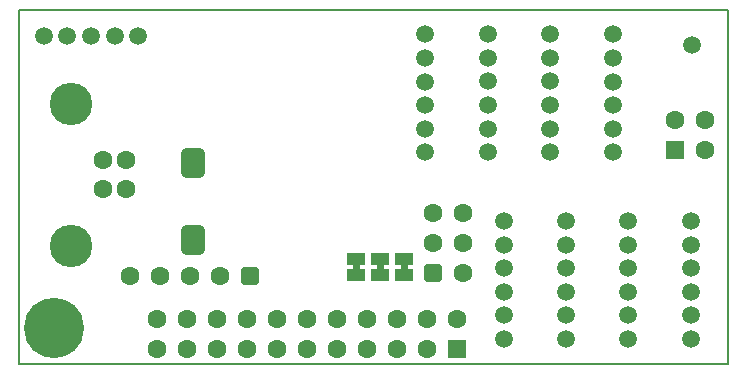
<source format=gbs>
G04*
G04 #@! TF.GenerationSoftware,Altium Limited,Altium Designer,20.1.14 (287)*
G04*
G04 Layer_Color=16711935*
%FSLAX43Y43*%
%MOMM*%
G71*
G04*
G04 #@! TF.SameCoordinates,5159FCF4-F2A9-4B6E-AA90-C214DDD2B211*
G04*
G04*
G04 #@! TF.FilePolarity,Negative*
G04*
G01*
G75*
%ADD10C,0.200*%
%ADD11C,0.600*%
%ADD25C,1.500*%
G04:AMPARAMS|DCode=26|XSize=2.1mm|YSize=2.6mm|CornerRadius=0.55mm|HoleSize=0mm|Usage=FLASHONLY|Rotation=180.000|XOffset=0mm|YOffset=0mm|HoleType=Round|Shape=RoundedRectangle|*
%AMROUNDEDRECTD26*
21,1,2.100,1.500,0,0,180.0*
21,1,1.000,2.600,0,0,180.0*
1,1,1.100,-0.500,0.750*
1,1,1.100,0.500,0.750*
1,1,1.100,0.500,-0.750*
1,1,1.100,-0.500,-0.750*
%
%ADD26ROUNDEDRECTD26*%
%ADD27C,1.600*%
%ADD28R,1.600X1.600*%
G04:AMPARAMS|DCode=29|XSize=1.6mm|YSize=1.6mm|CornerRadius=0.425mm|HoleSize=0mm|Usage=FLASHONLY|Rotation=90.000|XOffset=0mm|YOffset=0mm|HoleType=Round|Shape=RoundedRectangle|*
%AMROUNDEDRECTD29*
21,1,1.600,0.750,0,0,90.0*
21,1,0.750,1.600,0,0,90.0*
1,1,0.850,0.375,0.375*
1,1,0.850,0.375,-0.375*
1,1,0.850,-0.375,-0.375*
1,1,0.850,-0.375,0.375*
%
%ADD29ROUNDEDRECTD29*%
%ADD30R,1.600X1.600*%
G04:AMPARAMS|DCode=31|XSize=1.6mm|YSize=1.6mm|CornerRadius=0.425mm|HoleSize=0mm|Usage=FLASHONLY|Rotation=180.000|XOffset=0mm|YOffset=0mm|HoleType=Round|Shape=RoundedRectangle|*
%AMROUNDEDRECTD31*
21,1,1.600,0.750,0,0,180.0*
21,1,0.750,1.600,0,0,180.0*
1,1,0.850,-0.375,0.375*
1,1,0.850,0.375,0.375*
1,1,0.850,0.375,-0.375*
1,1,0.850,-0.375,-0.375*
%
%ADD31ROUNDEDRECTD31*%
%ADD32C,3.600*%
%ADD33C,5.100*%
%ADD57R,1.600X1.100*%
D10*
X0Y0D02*
Y30000D01*
Y0D02*
X60000D01*
Y30000D01*
X0D02*
X60000D01*
D11*
X32562Y7537D02*
Y8837D01*
X28550Y7512D02*
Y8863D01*
X30550Y7525D02*
Y8850D01*
D25*
X41075Y2100D02*
D03*
Y4100D02*
D03*
Y6100D02*
D03*
Y8100D02*
D03*
Y10100D02*
D03*
Y12100D02*
D03*
X34350Y27900D02*
D03*
Y25900D02*
D03*
Y23900D02*
D03*
Y21900D02*
D03*
Y19900D02*
D03*
Y17900D02*
D03*
X44975Y27925D02*
D03*
Y25925D02*
D03*
Y23925D02*
D03*
Y21925D02*
D03*
Y19925D02*
D03*
Y17925D02*
D03*
X50275Y17900D02*
D03*
Y19900D02*
D03*
Y21900D02*
D03*
Y23900D02*
D03*
Y25900D02*
D03*
Y27900D02*
D03*
X39675Y17925D02*
D03*
Y19925D02*
D03*
Y21925D02*
D03*
Y23925D02*
D03*
Y25925D02*
D03*
Y27925D02*
D03*
X46300Y12100D02*
D03*
Y10100D02*
D03*
Y8100D02*
D03*
Y6100D02*
D03*
Y4100D02*
D03*
Y2100D02*
D03*
X56875Y12100D02*
D03*
Y10100D02*
D03*
Y8100D02*
D03*
Y6100D02*
D03*
Y4100D02*
D03*
Y2100D02*
D03*
X51600D02*
D03*
Y4100D02*
D03*
Y6100D02*
D03*
Y8100D02*
D03*
Y10100D02*
D03*
Y12100D02*
D03*
X2100Y27775D02*
D03*
X4100D02*
D03*
X6100D02*
D03*
X8100D02*
D03*
X10100D02*
D03*
X57000Y27000D02*
D03*
D26*
X14775Y10525D02*
D03*
Y17025D02*
D03*
D27*
X58090Y20650D02*
D03*
X55550D02*
D03*
X58090Y18110D02*
D03*
X35035Y10275D02*
D03*
Y12815D02*
D03*
X37575D02*
D03*
Y10275D02*
D03*
Y7735D02*
D03*
X11700Y3815D02*
D03*
Y1275D02*
D03*
X14240Y3815D02*
D03*
Y1275D02*
D03*
X16780Y3815D02*
D03*
Y1275D02*
D03*
X19320Y3815D02*
D03*
Y1275D02*
D03*
X21860Y3815D02*
D03*
Y1275D02*
D03*
X24400Y3815D02*
D03*
Y1275D02*
D03*
X26940Y3815D02*
D03*
Y1275D02*
D03*
X29480Y3815D02*
D03*
Y1275D02*
D03*
X32020Y3815D02*
D03*
Y1275D02*
D03*
X34560Y3815D02*
D03*
Y1275D02*
D03*
X37100Y3815D02*
D03*
X16980Y7400D02*
D03*
X14440D02*
D03*
X11900D02*
D03*
X9360D02*
D03*
X9075Y14775D02*
D03*
X7075Y17275D02*
D03*
X9075D02*
D03*
X7075Y14775D02*
D03*
D28*
X55550Y18110D02*
D03*
D29*
X35035Y7735D02*
D03*
D30*
X37100Y1275D02*
D03*
D31*
X19520Y7400D02*
D03*
D32*
X4365Y22045D02*
D03*
Y10005D02*
D03*
D33*
X3000Y3000D02*
D03*
D57*
X32562Y8863D02*
D03*
Y7512D02*
D03*
X30562Y8863D02*
D03*
Y7512D02*
D03*
X28550D02*
D03*
Y8863D02*
D03*
M02*

</source>
